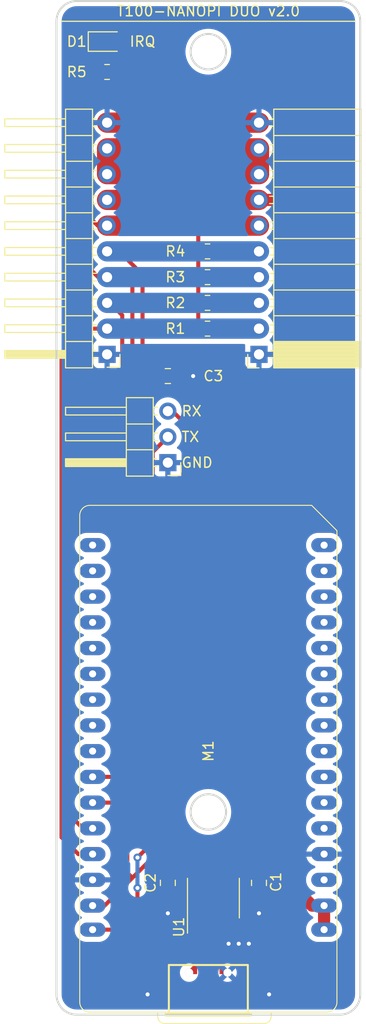
<source format=kicad_pcb>
(kicad_pcb (version 20211014) (generator pcbnew)
  (layers (0 "F.Cu" signal) (31 "B.Cu" signal) (34 "B.Paste" user) (35 "F.Paste" user) (36 "B.SilkS" user "B.Silkscreen") (37 "F.SilkS" user "F.Silkscreen") (38 "B.Mask" user) (39 "F.Mask" user) (44 "Edge.Cuts" user))
  (net 0 "")
  (net 1 "GND")
  (net 2 "Net-(C1-Pad1)")
  (net 3 "Net-(C2-Pad1)")
  (net 4 "+12V")
  (net 5 "+5V")
  (net 6 "+3V3")
  (net 7 "/RST")
  (net 8 "Net-(J1-Pad3)")
  (net 9 "Net-(J1-Pad2)")
  (net 10 "/MY_RXD")
  (net 11 "/MY_TXD")
  (net 13 "/IRQ")
  (net 14 "/SCL")
  (net 15 "/SDA")
  (net 17 "Net-(D1-Pad1)")
  (footprint "Capacitor_SMD:C_0805_2012Metric_Pad1.18x1.45mm_HandSolder" (layer "F.Cu") (at 130 131.999999 -90)
    (fp_text reference "C1" (at -0.085 -1.68 90) (layer "F.SilkS"))
    (fp_text value "100n")
    (fp_line (start -0.261252 0.735) (end 0.261252 0.735) (layer "F.SilkS") (width 0.12))
    (fp_line (start -0.261252 -0.735) (end 0.261252 -0.735) (layer "F.SilkS") (width 0.12))
    (pad "1" smd roundrect locked (at -1.0375 0 270) (size 1.175 1.45) (layers "F.Cu" "F.Paste" "F.Mask") (roundrect_rratio 0.212766) (net 2 "Net-(C1-Pad1)"))
    (pad "2" smd roundrect locked (at 1.0375 0 270) (size 1.175 1.45) (layers "F.Cu" "F.Paste" "F.Mask") (roundrect_rratio 0.212766) (net 1 "GND"))
  )
  (footprint "Capacitor_SMD:C_0805_2012Metric_Pad1.18x1.45mm_HandSolder" (layer "F.Cu") (at 121 131.999999 -90)
    (fp_text reference "C2" (at 0 1.715 90) (layer "F.SilkS"))
    (fp_text value "100n")
    (fp_line (start -0.261252 0.735) (end 0.261252 0.735) (layer "F.SilkS") (width 0.12))
    (fp_line (start -0.261252 -0.735) (end 0.261252 -0.735) (layer "F.SilkS") (width 0.12))
    (pad "1" smd roundrect locked (at -1.0375 0 270) (size 1.175 1.45) (layers "F.Cu" "F.Paste" "F.Mask") (roundrect_rratio 0.212766) (net 3 "Net-(C2-Pad1)"))
    (pad "2" smd roundrect locked (at 1.0375 0 270) (size 1.175 1.45) (layers "F.Cu" "F.Paste" "F.Mask") (roundrect_rratio 0.212766) (net 1 "GND"))
  )
  (footprint "Drake:conn_usb_B_micro_smd-2" (layer "F.Cu") (at 125 142.999999)
    (fp_text reference "J1" hide)
    (fp_text value "USB_B_Micro" hide)
    (fp_line (start 4.20116 1.89992) (end -4.20116 1.89992) (layer "F.SilkS") (width 0.20066))
    (fp_line (start 3.8989 -2.90068) (end 3.8989 2.10058) (layer "F.SilkS") (width 0.20066))
    (fp_line (start 4.20116 2.10058) (end 4.20116 1.89992) (layer "F.SilkS") (width 0.20066))
    (fp_line (start -4.20116 1.89992) (end -4.20116 2.10058) (layer "F.SilkS") (width 0.20066))
    (fp_line (start -4.20116 2.10058) (end 4.20116 2.10058) (layer "F.SilkS") (width 0.20066))
    (fp_line (start -3.8989 2.10058) (end -3.8989 -2.90068) (layer "F.SilkS") (width 0.20066))
    (fp_line (start -4.20116 1.99898) (end 4.20116 1.99898) (layer "F.SilkS") (width 0.20066))
    (fp_line (start -3.8989 -2.90068) (end 3.8989 -2.90068) (layer "F.SilkS") (width 0.20066))
    (pad "1" smd rect locked (at -1.30048 -3) (size 0.39878 2) (layers "F.Cu" "F.Paste" "F.Mask") (net 2 "Net-(C1-Pad1)"))
    (pad "1" thru_hole circle locked (at -1.89992 -2.14884) (size 0.79756 0.79756) (drill 0.79756) (layers *.Cu *.Mask "F.SilkS") (net 2 "Net-(C1-Pad1)"))
    (pad "2" smd rect locked (at -0.6477 -3) (size 0.39878 2) (layers "F.Cu" "F.Paste" "F.Mask") (net 9 "Net-(J1-Pad2)"))
    (pad "3" smd rect locked (at 0 -3) (size 0.39878 2) (layers "F.Cu" "F.Paste" "F.Mask") (net 8 "Net-(J1-Pad3)"))
    (pad "4" smd rect locked (at 0.6477 -3) (size 0.39878 2) (layers "F.Cu" "F.Paste" "F.Mask"))
    (pad "5" smd rect locked (at 1.30048 -3) (size 0.39878 2) (layers "F.Cu" "F.Paste" "F.Mask") (net 1 "GND"))
    (pad "5" thru_hole circle locked (at 1.89738 -2.1463) (size 0.79756 0.79756) (drill 0.79756) (layers *.Cu *.Mask "F.SilkS") (net 1 "GND"))
    (pad "6" smd rect locked (at -1.19888 0) (size 1.89738 1.89738) (layers "F.Cu" "F.Paste" "F.Mask") (net 1 "GND"))
    (pad "6" smd rect locked (at 3.9497 0) (size 1.89738 1.89738) (layers "F.Cu" "F.Paste" "F.Mask") (net 1 "GND"))
    (pad "6" smd rect locked (at -3.9497 0) (size 1.89738 1.89738) (layers "F.Cu" "F.Paste" "F.Mask") (net 1 "GND"))
    (pad "6" smd rect locked (at 1.19888 0) (size 1.89738 1.89738) (layers "F.Cu" "F.Paste" "F.Mask") (net 1 "GND"))
  )
  (footprint "Connector_PinHeader_2.54mm:PinHeader_1x03_P2.54mm_Horizontal" (layer "F.Cu") (at 121 90.539999 180)
    (fp_text reference "J2" hide)
    (fp_text value "UART")
    (fp_line (start 4.1 2.16) (end 10.1 2.16) (layer "F.SilkS") (width 0.12))
    (fp_line (start 10.1 2.92) (end 4.1 2.92) (layer "F.SilkS") (width 0.12))
    (fp_line (start -1.27 0) (end -1.27 -1.27) (layer "F.SilkS") (width 0.12))
    (fp_line (start 1.44 3.81) (end 4.1 3.81) (layer "F.SilkS") (width 0.12))
    (fp_line (start 1.042929 5.46) (end 1.44 5.46) (layer "F.SilkS") (width 0.12))
    (fp_line (start -1.27 -1.27) (end 0 -1.27) (layer "F.SilkS") (width 0.12))
    (fp_line (start 10.1 2.16) (end 10.1 2.92) (layer "F.SilkS") (width 0.12))
    (fp_line (start 1.042929 2.16) (end 1.44 2.16) (layer "F.SilkS") (width 0.12))
    (fp_line (start 10.1 5.46) (end 4.1 5.46) (layer "F.SilkS") (width 0.12))
    (fp_line (start 4.1 0.16) (end 10.1 0.16) (layer "F.SilkS") (width 0.12))
    (fp_line (start 4.1 6.41) (end 4.1 -1.33) (layer "F.SilkS") (width 0.12))
    (fp_line (start 1.11 0.38) (end 1.44 0.38) (layer "F.SilkS") (width 0.12))
    (fp_line (start 4.1 -1.33) (end 1.44 -1.33) (layer "F.SilkS") (width 0.12))
    (fp_line (start 4.1 -0.32) (end 10.1 -0.32) (layer "F.SilkS") (width 0.12))
    (fp_line (start 1.042929 2.92) (end 1.44 2.92) (layer "F.SilkS") (width 0.12))
    (fp_line (start 1.44 -1.33) (end 1.44 6.41) (layer "F.SilkS") (width 0.12))
    (fp_line (start 10.1 4.7) (end 10.1 5.46) (layer "F.SilkS") (width 0.12))
    (fp_line (start 4.1 -0.2) (end 10.1 -0.2) (layer "F.SilkS") (width 0.12))
    (fp_line (start 1.042929 4.7) (end 1.44 4.7) (layer "F.SilkS") (width 0.12))
    (fp_line (start 4.1 4.7) (end 10.1 4.7) (layer "F.SilkS") (width 0.12))
    (fp_line (start 4.1 0.28) (end 10.1 0.28) (layer "F.SilkS") (width 0.12))
    (fp_line (start 10.1 -0.38) (end 10.1 0.38) (layer "F.SilkS") (width 0.12))
    (fp_line (start 1.11 -0.38) (end 1.44 -0.38) (layer "F.SilkS") (width 0.12))
    (fp_line (start 4.1 0.04) (end 10.1 0.04) (layer "F.SilkS") (width 0.12))
    (fp_line (start 4.1 -0.08) (end 10.1 -0.08) (layer "F.SilkS") (width 0.12))
    (fp_line (start 1.44 1.27) (end 4.1 1.27) (layer "F.SilkS") (width 0.12))
    (fp_line (start 10.1 0.38) (end 4.1 0.38) (layer "F.SilkS") (width 0.12))
    (fp_line (start 4.1 -0.38) (end 10.1 -0.38) (layer "F.SilkS") (width 0.12))
    (fp_line (start 1.44 6.41) (end 4.1 6.41) (layer "F.SilkS") (width 0.12))
    (pad "1" thru_hole rect locked (at 0 0 180) (size 1.7 1.7) (drill 1) (layers *.Cu *.Mask) (net 1 "GND"))
    (pad "2" thru_hole oval locked (at 0 2.54 180) (size 1.7 1.7) (drill 1) (layers *.Cu *.Mask) (net 11 "/MY_TXD"))
    (pad "3" thru_hole oval locked (at 0 5.08 180) (size 1.7 1.7) (drill 1) (layers *.Cu *.Mask) (net 10 "/MY_RXD"))
  )
  (footprint "Package_SO:SOIC-8_3.9x4.9mm_P1.27mm" (layer "F.Cu") (at 125.5 133.499999 90)
    (fp_text reference "U1" (at -2.86 -3.4 90) (layer "F.SilkS"))
    (fp_text value "CH330N")
    (fp_line (start 0 -2.56) (end -3.45 -2.56) (layer "F.SilkS") (width 0.12))
    (fp_line (start 0 2.56) (end -1.95 2.56) (layer "F.SilkS") (width 0.12))
    (fp_line (start 0 -2.56) (end 1.95 -2.56) (layer "F.SilkS") (width 0.12))
    (fp_line (start 0 2.56) (end 1.95 2.56) (layer "F.SilkS") (width 0.12))
    (pad "1" smd roundrect locked (at -2.475 -1.905 90) (size 1.95 0.6) (layers "F.Cu" "F.Paste" "F.Mask") (net 8 "Net-(J1-Pad3)"))
    (pad "2" smd roundrect locked (at -2.475 -0.635 90) (size 1.95 0.6) (layers "F.Cu" "F.Paste" "F.Mask") (net 9 "Net-(J1-Pad2)"))
    (pad "3" smd roundrect locked (at -2.475 0.635 90) (size 1.95 0.6) (layers "F.Cu" "F.Paste" "F.Mask") (net 1 "GND"))
    (pad "4" smd roundrect locked (at -2.475 1.905 90) (size 1.95 0.6) (layers "F.Cu" "F.Paste" "F.Mask"))
    (pad "5" smd roundrect locked (at 2.475 1.905 90) (size 1.95 0.6) (layers "F.Cu" "F.Paste" "F.Mask") (net 2 "Net-(C1-Pad1)"))
    (pad "6" smd roundrect locked (at 2.475 0.635 90) (size 1.95 0.6) (layers "F.Cu" "F.Paste" "F.Mask") (net 10 "/MY_RXD"))
    (pad "7" smd roundrect locked (at 2.475 -0.635 90) (size 1.95 0.6) (layers "F.Cu" "F.Paste" "F.Mask") (net 11 "/MY_TXD"))
    (pad "8" smd roundrect locked (at 2.475 -1.905 90) (size 1.95 0.6) (layers "F.Cu" "F.Paste" "F.Mask") (net 3 "Net-(C2-Pad1)"))
  )
  (footprint "Connector_PinSocket_2.54mm:PinSocket_1x10_P2.54mm_Horizontal" (layer "F.Cu") (at 130.000001 79.859999 180)
    (fp_text reference "J5" hide)
    (fp_text value "T100-OUT")
    (fp_line (start -10.09 0.20714) (end -1.46 0.20714) (layer "F.SilkS") (width 0.12))
    (fp_line (start 1.11 -1.33) (end 1.11 0) (layer "F.SilkS") (width 0.12))
    (fp_line (start -1.46 7.26) (end -1.05 7.26) (layer "F.SilkS") (width 0.12))
    (fp_line (start -10.09 -0.619525) (end -1.46 -0.619525) (layer "F.SilkS") (width 0.12))
    (fp_line (start -10.09 -1.33) (end -1.46 -1.33) (layer "F.SilkS") (width 0.12))
    (fp_line (start -10.09 -0.26524) (end -1.46 -0.26524) (layer "F.SilkS") (width 0.12))
    (fp_line (start -10.09 19.05) (end -1.46 19.05) (layer "F.SilkS") (width 0.12))
    (fp_line (start -10.09 3.81) (end -1.46 3.81) (layer "F.SilkS") (width 0.12))
    (fp_line (start -10.09 0.67952) (end -1.46 0.67952) (layer "F.SilkS") (width 0.12))
    (fp_line (start -10.09 0.797615) (end -1.46 0.797615) (layer "F.SilkS") (width 0.12))
    (fp_line (start -1.46 2.18) (end -1.05 2.18) (layer "F.SilkS") (width 0.12))
    (fp_line (start -10.09 -0.73762) (end -1.46 -0.73762) (layer "F.SilkS") (width 0.12))
    (fp_line (start -1.46 19.96) (end -1.05 19.96) (layer "F.SilkS") (width 0.12))
    (fp_line (start -10.09 -1.33) (end -10.09 24.19) (layer "F.SilkS") (width 0.12))
    (fp_line (start -1.46 18.14) (end -1.05 18.14) (layer "F.SilkS") (width 0.12))
    (fp_line (start -1.46 14.88) (end -1.05 14.88) (layer "F.SilkS") (width 0.12))
    (fp_line (start -1.46 -1.33) (end -1.46 24.19) (layer "F.SilkS") (width 0.12))
    (fp_line (start -1.46 15.6) (end -1.05 15.6) (layer "F.SilkS") (width 0.12))
    (fp_line (start -10.09 -0.383335) (end -1.46 -0.383335) (layer "F.SilkS") (width 0.12))
    (fp_line (start -1.46 0.36) (end -1.11 0.36) (layer "F.SilkS") (width 0.12))
    (fp_line (start -1.46 12.34) (end -1.05 12.34) (layer "F.SilkS") (width 0.12))
    (fp_line (start -1.46 -0.36) (end -1.11 -0.36) (layer "F.SilkS") (width 0.12))
    (fp_line (start -10.09 24.19) (end -1.46 24.19) (layer "F.SilkS") (width 0.12))
    (fp_line (start -1.46 2.9) (end -1.05 2.9) (layer "F.SilkS") (width 0.12))
    (fp_line (start -10.09 13.97) (end -1.46 13.97) (layer "F.SilkS") (width 0.12))
    (fp_line (start -10.09 -0.02905) (end -1.46 -0.02905) (layer "F.SilkS") (width 0.12))
    (fp_line (start -1.46 5.44) (end -1.05 5.44) (layer "F.SilkS") (width 0.12))
    (fp_line (start 0 -1.33) (end 1.11 -1.33) (layer "F.SilkS") (width 0.12))
    (fp_line (start -10.09 0.91571) (end -1.46 0.91571) (layer "F.SilkS") (width 0.12))
    (fp_line (start -1.46 20.68) (end -1.05 20.68) (layer "F.SilkS") (width 0.12))
    (fp_line (start -10.09 1.27) (end -1.46 1.27) (layer "F.SilkS") (width 0.12))
    (fp_line (start -1.46 13.06) (end -1.05 13.06) (layer "F.SilkS") (width 0.12))
    (fp_line (start -10.09 0.561425) (end -1.46 0.561425) (layer "F.SilkS") (width 0.12))
    (fp_line (start -1.46 9.8) (end -1.05 9.8) (layer "F.SilkS") (width 0.12))
    (fp_line (start -10.09 16.51) (end -1.46 16.51) (layer "F.SilkS") (width 0.12))
    (fp_line (start -10.09 1.033805) (end -1.46 1.033805) (layer "F.SilkS") (width 0.12))
    (fp_line (start -10.09 1.1519) (end -1.46 1.1519) (layer "F.SilkS") (width 0.12))
    (fp_line (start -10.09 0.089045) (end -1.46 0.089045) (layer "F.SilkS") (width 0.12))
    (fp_line (start -10.09 -0.97381) (end -1.46 -0.97381) (layer "F.SilkS") (width 0.12))
    (fp_line (start -1.46 17.42) (end -1.05 17.42) (layer "F.SilkS") (width 0.12))
    (fp_line (start -10.09 21.59) (end -1.46 21.59) (layer "F.SilkS") (width 0.12))
    (fp_line (start -10.09 0.44333) (end -1.46 0.44333) (layer "F.SilkS") (width 0.12))
    (fp_line (start -10.09 6.35) (end -1.46 6.35) (layer "F.SilkS") (width 0.12))
    (fp_line (start -10.09 -0.855715) (end -1.46 -0.855715) (layer "F.SilkS") (width 0.12))
    (fp_line (start -1.46 4.72) (end -1.05 4.72) (layer "F.SilkS") (width 0.12))
    (fp_line (start -1.46 7.98) (end -1.05 7.98) (layer "F.SilkS") (width 0.12))
    (fp_line (start -10.09 -1.21) (end -1.46 -1.21) (layer "F.SilkS") (width 0.12))
    (fp_line (start -10.09 8.89) (end -1.46 8.89) (layer "F.SilkS") (width 0.12))
    (fp_line (start -1.46 10.52) (end -1.05 10.52) (layer "F.SilkS") (width 0.12))
    (fp_line (start -1.46 23.22) (end -1.05 23.22) (layer "F.SilkS") (width 0.12))
    (fp_line (start -10.09 11.43) (end -1.46 11.43) (layer "F.SilkS") (width 0.12))
    (fp_line (start -1.46 22.5) (end -1.05 22.5) (layer "F.SilkS") (width 0.12))
    (fp_line (start -10.09 -0.147145) (end -1.46 -0.147145) (layer "F.SilkS") (width 0.12))
    (fp_line (start -10.09 -1.091905) (end -1.46 -1.091905) (layer "F.SilkS") (width 0.12))
    (fp_line (start -10.09 0.325235) (end -1.46 0.325235) (layer "F.SilkS") (width 0.12))
    (fp_line (start -10.09 -0.50143) (end -1.46 -0.50143) (layer "F.SilkS") (width 0.12))
    (pad "1" thru_hole rect locked (at 0 0 180) (size 1.7 1.7) (drill 1) (layers *.Cu *.Mask) (net 1 "GND"))
    (pad "2" thru_hole oval locked (at 0 2.54 180) (size 1.7 1.7) (drill 1) (layers *.Cu *.Mask) (net 14 "/SCL"))
    (pad "3" thru_hole oval locked (at 0 5.08 180) (size 1.7 1.7) (drill 1) (layers *.Cu *.Mask) (net 15 "/SDA"))
    (pad "4" thru_hole oval locked (at 0 7.62 180) (size 1.7 1.7) (drill 1) (layers *.Cu *.Mask) (net 13 "/IRQ"))
    (pad "5" thru_hole oval locked (at 0 10.16 180) (size 1.7 1.7) (drill 1) (layers *.Cu *.Mask) (net 7 "/RST"))
    (pad "6" thru_hole oval locked (at 0 12.7 180) (size 1.7 1.7) (drill 1) (layers *.Cu *.Mask) (net 6 "+3V3"))
    (pad "7" thru_hole oval locked (at 0 15.24 180) (size 1.7 1.7) (drill 1) (layers *.Cu *.Mask) (net 5 "+5V"))
    (pad "8" thru_hole oval locked (at 0 17.78 180) (size 1.7 1.7) (drill 1) (layers *.Cu *.Mask) (net 4 "+12V"))
    (pad "9" thru_hole oval locked (at 0 20.32 180) (size 1.7 1.7) (drill 1) (layers *.Cu *.Mask) (net 4 "+12V"))
    (pad "10" thru_hole oval locked (at 0 22.86 180) (size 1.7 1.7) (drill 1) (layers *.Cu *.Mask) (net 1 "GND"))
  )
  (footprint "Connector_PinHeader_2.54mm:PinHeader_1x10_P2.54mm_Horizontal" (layer "F.Cu") (at 115.000001 79.859999 180)
    (fp_text reference "J4" hide)
    (fp_text value "T100-IN")
    (fp_line (start 1.11 0.38) (end 1.44 0.38) (layer "F.SilkS") (width 0.12))
    (fp_line (start 4.1 -1.33) (end 1.44 -1.33) (layer "F.SilkS") (width 0.12))
    (fp_line (start 10.1 10.54) (end 4.1 10.54) (layer "F.SilkS") (width 0.12))
    (fp_line (start 10.1 9.78) (end 10.1 10.54) (layer "F.SilkS") (width 0.12))
    (fp_line (start 4.1 14.86) (end 10.1 14.86) (layer "F.SilkS") (width 0.12))
    (fp_line (start 1.042929 2.16) (end 1.44 2.16) (layer "F.SilkS") (width 0.12))
    (fp_line (start 4.1 -0.32) (end 10.1 -0.32) (layer "F.SilkS") (width 0.12))
    (fp_line (start 4.1 2.16) (end 10.1 2.16) (layer "F.SilkS") (width 0.12))
    (fp_line (start 1.042929 9.78) (end 1.44 9.78) (layer "F.SilkS") (width 0.12))
    (fp_line (start 1.042929 5.46) (end 1.44 5.46) (layer "F.SilkS") (width 0.12))
    (fp_line (start 10.1 17.4) (end 10.1 18.16) (layer "F.SilkS") (width 0.12))
    (fp_line (start 4.1 7.24) (end 10.1 7.24) (layer "F.SilkS") (width 0.12))
    (fp_line (start 1.042929 7.24) (end 1.44 7.24) (layer "F.SilkS") (width 0.12))
    (fp_line (start 4.1 0.16) (end 10.1 0.16) (layer "F.SilkS") (width 0.12))
    (fp_line (start 1.042929 10.54) (end 1.44 10.54) (layer "F.SilkS") (width 0.12))
    (fp_line (start 4.1 -0.2) (end 10.1 -0.2) (layer "F.SilkS") (width 0.12))
    (fp_line (start 1.042929 17.4) (end 1.44 17.4) (layer "F.SilkS") (width 0.12))
    (fp_line (start 10.1 4.7) (end 10.1 5.46) (layer "F.SilkS") (width 0.12))
    (fp_line (start 10.1 19.94) (end 10.1 20.7) (layer "F.SilkS") (width 0.12))
    (fp_line (start 1.042929 20.7) (end 1.44 20.7) (layer "F.SilkS") (width 0.12))
    (fp_line (start 10.1 2.92) (end 4.1 2.92) (layer "F.SilkS") (width 0.12))
    (fp_line (start 10.1 -0.38) (end 10.1 0.38) (layer "F.SilkS") (width 0.12))
    (fp_line (start 1.44 21.59) (end 4.1 21.59) (layer "F.SilkS") (width 0.12))
    (fp_line (start 1.042929 8) (end 1.44 8) (layer "F.SilkS") (width 0.12))
    (fp_line (start 10.1 7.24) (end 10.1 8) (layer "F.SilkS") (width 0.12))
    (fp_line (start 4.1 12.32) (end 10.1 12.32) (layer "F.SilkS") (width 0.12))
    (fp_line (start 4.1 0.04) (end 10.1 0.04) (layer "F.SilkS") (width 0.12))
    (fp_line (start 1.042929 18.16) (end 1.44 18.16) (layer "F.SilkS") (width 0.12))
    (fp_line (start 4.1 17.4) (end 10.1 17.4) (layer "F.SilkS") (width 0.12))
    (fp_line (start 10.1 14.86) (end 10.1 15.62) (layer "F.SilkS") (width 0.12))
    (fp_line (start 1.042929 19.94) (end 1.44 19.94) (layer "F.SilkS") (width 0.12))
    (fp_line (start 4.1 9.78) (end 10.1 9.78) (layer "F.SilkS") (width 0.12))
    (fp_line (start 10.1 18.16) (end 4.1 18.16) (layer "F.SilkS") (width 0.12))
    (fp_line (start 1.44 16.51) (end 4.1 16.51) (layer "F.SilkS") (width 0.12))
    (fp_line (start 4.1 19.94) (end 10.1 19.94) (layer "F.SilkS") (width 0.12))
    (fp_line (start 1.44 13.97) (end 4.1 13.97) (layer "F.SilkS") (width 0.12))
    (fp_line (start 1.11 -0.38) (end 1.44 -0.38) (layer "F.SilkS") (width 0.12))
    (fp_line (start 10.1 5.46) (end 4.1 5.46) (layer "F.SilkS") (width 0.12))
    (fp_line (start 4.1 22.48) (end 10.1 22.48) (layer "F.SilkS") (width 0.12))
    (fp_line (start 10.1 0.38) (end 4.1 0.38) (layer "F.SilkS") (width 0.12))
    (fp_line (start 1.042929 14.86) (end 1.44 14.86) (layer "F.SilkS") (width 0.12))
    (fp_line (start -1.27 0) (end -1.27 -1.27) (layer "F.SilkS") (width 0.12))
    (fp_line (start 1.042929 12.32) (end 1.44 12.32) (layer "F.SilkS") (width 0.12))
    (fp_line (start 10.1 13.08) (end 4.1 13.08) (layer "F.SilkS") (width 0.12))
    (fp_line (start 1.44 8.89) (end 4.1 8.89) (layer "F.SilkS") (width 0.12))
    (fp_line (start 1.042929 13.08) (end 1.44 13.08) (layer "F.SilkS") (width 0.12))
    (fp_line (start 10.1 2.16) (end 10.1 2.92) (layer "F.SilkS") (width 0.12))
    (fp_line (start 1.44 6.35) (end 4.1 6.35) (layer "F.SilkS") (width 0.12))
    (fp_line (start 4.1 4.7) (end 10.1 4.7) (layer "F.SilkS") (width 0.12))
    (fp_line (start 4.1 -0.08) (end 10.1 -0.08) (layer "F.SilkS") (width 0.12))
    (fp_line (start 10.1 15.62) (end 4.1 15.62) (layer "F.SilkS") (width 0.12))
    (fp_line (start 10.1 12.32) (end 10.1 13.08) (layer "F.SilkS") (width 0.12))
    (fp_line (start 10.1 23.24) (end 4.1 23.24) (layer "F.SilkS") (width 0.12))
    (fp_line (start 1.44 19.05) (end 4.1 19.05) (layer "F.SilkS") (width 0.12))
    (fp_line (start 4.1 -0.38) (end 10.1 -0.38) (layer "F.SilkS") (width 0.12))
    (fp_line (start 1.042929 2.92) (end 1.44 2.92) (layer "F.SilkS") (width 0.12))
    (fp_line (start 1.44 -1.33) (end 1.44 24.19) (layer "F.SilkS") (width 0.12))
    (fp_line (start 1.042929 22.48) (end 1.44 22.48) (layer "F.SilkS") (width 0.12))
    (fp_line (start -1.27 -1.27) (end 0 -1.27) (layer "F.SilkS") (width 0.12))
    (fp_line (start 1.44 11.43) (end 4.1 11.43) (layer "F.SilkS") (width 0.12))
    (fp_line (start 10.1 8) (end 4.1 8) (layer "F.SilkS") (width 0.12))
    (fp_line (start 4.1 0.28) (end 10.1 0.28) (layer "F.SilkS") (width 0.12))
    (fp_line (start 1.042929 15.62) (end 1.44 15.62) (layer "F.SilkS") (width 0.12))
    (fp_line (start 10.1 20.7) (end 4.1 20.7) (layer "F.SilkS") (width 0.12))
    (fp_line (start 1.44 1.27) (end 4.1 1.27) (layer "F.SilkS") (width 0.12))
    (fp_line (start 4.1 24.19) (end 4.1 -1.33) (layer "F.SilkS") (width 0.12))
    (fp_line (start 1.042929 4.7) (end 1.44 4.7) (layer "F.SilkS") (width 0.12))
    (fp_line (start 1.44 3.81) (end 4.1 3.81) (layer "F.SilkS") (width 0.12))
    (fp_line (start 1.042929 23.24) (end 1.44 23.24) (layer "F.SilkS") (width 0.12))
    (fp_line (start 10.1 22.48) (end 10.1 23.24) (layer "F.SilkS") (width 0.12))
    (fp_line (start 1.44 24.19) (end 4.1 24.19) (layer "F.SilkS") (width 0.12))
    (pad "1" thru_hole rect locked (at 0 0 180) (size 1.7 1.7) (drill 1) (layers *.Cu *.Mask) (net 1 "GND"))
    (pad "2" thru_hole oval locked (at 0 2.54 180) (size 1.7 1.7) (drill 1) (layers *.Cu *.Mask) (net 14 "/SCL"))
    (pad "3" thru_hole oval locked (at 0 5.08 180) (size 1.7 1.7) (drill 1) (layers *.Cu *.Mask) (net 15 "/SDA"))
    (pad "4" thru_hole oval locked (at 0 7.62 180) (size 1.7 1.7) (drill 1) (layers *.Cu *.Mask) (net 13 "/IRQ"))
    (pad "5" thru_hole oval locked (at 0 10.16 180) (size 1.7 1.7) (drill 1) (layers *.Cu *.Mask) (net 7 "/RST"))
    (pad "6" thru_hole oval locked (at 0 12.7 180) (size 1.7 1.7) (drill 1) (layers *.Cu *.Mask) (net 6 "+3V3"))
    (pad "7" thru_hole oval locked (at 0 15.24 180) (size 1.7 1.7) (drill 1) (layers *.Cu *.Mask) (net 5 "+5V"))
    (pad "8" thru_hole oval locked (at 0 17.78 180) (size 1.7 1.7) (drill 1) (layers *.Cu *.Mask) (net 4 "+12V"))
    (pad "9" thru_hole oval locked (at 0 20.32 180) (size 1.7 1.7) (drill 1) (layers *.Cu *.Mask) (net 4 "+12V"))
    (pad "10" thru_hole oval locked (at 0 22.86 180) (size 1.7 1.7) (drill 1) (layers *.Cu *.Mask) (net 1 "GND"))
  )
  (footprint "Resistor_SMD:R_0805_2012Metric" (layer "F.Cu") (at 124.920001 72.239999 180)
    (fp_text reference "R3" (at 3.175 0) (layer "F.SilkS"))
    (fp_text value "1K5")
    (fp_line (start -0.227064 -0.735) (end 0.227064 -0.735) (layer "F.SilkS") (width 0.12))
    (fp_line (start -0.227064 0.735) (end 0.227064 0.735) (layer "F.SilkS") (width 0.12))
    (pad "1" smd roundrect locked (at -0.9125 0 180) (size 1.025 1.4) (layers "F.Cu" "F.Paste" "F.Mask") (roundrect_rratio 0.243902) (net 13 "/IRQ"))
    (pad "2" smd roundrect locked (at 0.9125 0 180) (size 1.025 1.4) (layers "F.Cu" "F.Paste" "F.Mask") (roundrect_rratio 0.243902) (net 6 "+3V3"))
  )
  (footprint "Capacitor_SMD:C_0805_2012Metric" (layer "F.Cu") (at 121 81.999999 180)
    (fp_text reference "C3" (at -4.5 0) (layer "F.SilkS"))
    (fp_text value "100n")
    (fp_line (start -0.261252 0.735) (end 0.261252 0.735) (layer "F.SilkS") (width 0.12))
    (fp_line (start -0.261252 -0.735) (end 0.261252 -0.735) (layer "F.SilkS") (width 0.12))
    (pad "1" smd roundrect locked (at -0.95 0 180) (size 1 1.45) (layers "F.Cu" "F.Paste" "F.Mask") (net 1 "GND"))
    (pad "2" smd roundrect locked (at 0.95 0 180) (size 1 1.45) (layers "F.Cu" "F.Paste" "F.Mask") (net 7 "/RST"))
  )
  (footprint "Resistor_SMD:R_0805_2012Metric" (layer "F.Cu") (at 124.920001 77.319999 180)
    (fp_text reference "R1" (at 3.175 0) (layer "F.SilkS"))
    (fp_text value "1K5")
    (fp_line (start -0.227064 -0.735) (end 0.227064 -0.735) (layer "F.SilkS") (width 0.12))
    (fp_line (start -0.227064 0.735) (end 0.227064 0.735) (layer "F.SilkS") (width 0.12))
    (pad "1" smd roundrect locked (at -0.9125 0 180) (size 1.025 1.4) (layers "F.Cu" "F.Paste" "F.Mask") (roundrect_rratio 0.243902) (net 14 "/SCL"))
    (pad "2" smd roundrect locked (at 0.9125 0 180) (size 1.025 1.4) (layers "F.Cu" "F.Paste" "F.Mask") (roundrect_rratio 0.243902) (net 6 "+3V3"))
  )
  (footprint "Resistor_SMD:R_0805_2012Metric" (layer "F.Cu") (at 124.920001 74.779999 180)
    (fp_text reference "R2" (at 3.175 0) (layer "F.SilkS"))
    (fp_text value "1K5")
    (fp_line (start -0.227064 -0.735) (end 0.227064 -0.735) (layer "F.SilkS") (width 0.12))
    (fp_line (start -0.227064 0.735) (end 0.227064 0.735) (layer "F.SilkS") (width 0.12))
    (pad "1" smd roundrect locked (at -0.9125 0 180) (size 1.025 1.4) (layers "F.Cu" "F.Paste" "F.Mask") (roundrect_rratio 0.243902) (net 15 "/SDA"))
    (pad "2" smd roundrect locked (at 0.9125 0 180) (size 1.025 1.4) (layers "F.Cu" "F.Paste" "F.Mask") (roundrect_rratio 0.243902) (net 6 "+3V3"))
  )
  (footprint "Drake:NanoPi-Duo" (layer "F.Cu") (at 125 118.999999 90)
    (fp_text reference "M1" (at 0 0 90) (layer "F.SilkS"))
    (fp_text value "NanoPi-Duo")
    (fp_line (start -24.752892 12.7) (end 21.747117 12.7) (layer "F.SilkS") (width 0.1))
    (fp_line (start 23.247114 -12.7) (end -24.752892 -12.7) (layer "F.SilkS") (width 0.1))
    (fp_line (start -26.172878 6.199988) (end -25.75289 6.199988) (layer "F.SilkS") (width 0.1))
    (fp_line (start -26.172878 -4.99999) (end -25.75289 -4.99999) (layer "F.SilkS") (width 0.1))
    (fp_line (start -26.872878 5.499988) (end -26.872878 -4.29999) (layer "F.SilkS") (width 0.1))
    (fp_line (start -25.75289 -11.700002) (end -25.75289 11.700002) (layer "F.SilkS") (width 0.1))
    (fp_line (start 21.747117 12.7) (end 24.247112 10.200005) (layer "F.SilkS") (width 0.1))
    (fp_line (start 24.247112 10.200005) (end 24.247112 -11.700002) (layer "F.SilkS") (width 0.1))
    (fp_arc (start -26.872878 -4.29999) (mid -26.667853 -4.794965) (end -26.172878 -4.99999) (layer "F.SilkS") (width 0.1))
    (fp_arc (start -25.75289 -11.700002) (mid -25.459996 -12.407106) (end -24.752892 -12.7) (layer "F.SilkS") (width 0.1))
    (fp_arc (start 23.247114 -12.7) (mid 23.954218 -12.407106) (end 24.247112 -11.700002) (layer "F.SilkS") (width 0.1))
    (fp_arc (start -26.172878 6.199988) (mid -26.667853 5.994963) (end -26.872878 5.499988) (layer "F.SilkS") (width 0.1))
    (fp_arc (start -24.752892 12.7) (mid -25.459996 12.407106) (end -25.75289 11.700002) (layer "F.SilkS") (width 0.1))
    (pad "1" thru_hole oval locked (at 20.32 11.43 90) (size 1.4 2.54) (drill 0.7) (layers *.Cu *.Mask))
    (pad "2" thru_hole oval locked (at 17.78 11.43 90) (size 1.4 2.54) (drill 0.7) (layers *.Cu *.Mask))
    (pad "3" thru_hole oval locked (at 15.24 11.43 90) (size 1.4 2.54) (drill 0.7) (layers *.Cu *.Mask))
    (pad "4" thru_hole oval locked (at 12.7 11.43 90) (size 1.4 2.54) (drill 0.7) (layers *.Cu *.Mask))
    (pad "5" thru_hole oval locked (at 10.16 11.43 90) (size 1.4 2.54) (drill 0.7) (layers *.Cu *.Mask))
    (pad "6" thru_hole oval locked (at 7.62 11.43 90) (size 1.4 2.54) (drill 0.7) (layers *.Cu *.Mask))
    (pad "7" thru_hole oval locked (at 5.08 11.43 90) (size 1.4 2.54) (drill 0.7) (layers *.Cu *.Mask))
    (pad "8" thru_hole oval locked (at 2.54 11.43 90) (size 1.4 2.54) (drill 0.7) (layers *.Cu *.Mask))
    (pad "9" thru_hole oval locked (at 0 11.43 90) (size 1.4 2.54) (drill 0.7) (layers *.Cu *.Mask))
    (pad "10" thru_hole oval locked (at -2.54 11.43 90) (size 1.4 2.54) (drill 0.7) (layers *.Cu *.Mask))
    (pad "11" thru_hole oval locked (at -5.08 11.43 90) (size 1.4 2.54) (drill 0.7) (layers *.Cu *.Mask))
    (pad "12" thru_hole oval locked (at -7.62 11.43 90) (size 1.4 2.54) (drill 0.7) (layers *.Cu *.Mask))
    (pad "13" thru_hole oval locked (at -10.16 11.43 90) (size 1.4 2.54) (drill 0.7) (layers *.Cu *.Mask) (net 1 "GND"))
    (pad "14" thru_hole oval locked (at -12.7 11.43 90) (size 1.4 2.54) (drill 0.7) (layers *.Cu *.Mask))
    (pad "15" thru_hole oval locked (at -15.24 11.43 90) (size 1.4 2.54) (drill 0.7) (layers *.Cu *.Mask) (net 5 "+5V"))
    (pad "16" thru_hole oval locked (at -17.612088 11.43 90) (size 1.4 2.54) (drill 0.7) (layers *.Cu *.Mask) (net 5 "+5V"))
    (pad "17" thru_hole oval locked (at -17.612088 -11.43 90) (size 1.4 2.54) (drill 0.7) (layers *.Cu *.Mask) (net 10 "/MY_RXD"))
    (pad "18" thru_hole oval locked (at -15.24 -11.43 90) (size 1.4 2.54) (drill 0.7) (layers *.Cu *.Mask) (net 11 "/MY_TXD"))
    (pad "19" thru_hole oval locked (at -12.7 -11.43 90) (size 1.4 2.54) (drill 0.7) (layers *.Cu *.Mask) (net 1 "GND"))
    (pad "20" thru_hole oval locked (at -10.16 -11.43 90) (size 1.4 2.54) (drill 0.7) (layers *.Cu *.Mask) (net 14 "/SCL"))
    (pad "21" thru_hole oval locked (at -7.62 -11.43 90) (size 1.4 2.54) (drill 0.7) (layers *.Cu *.Mask) (net 15 "/SDA"))
    (pad "22" thru_hole oval locked (at -5.08 -11.43 90) (size 1.4 2.54) (drill 0.7) (layers *.Cu *.Mask) (net 7 "/RST"))
    (pad "23" thru_hole oval locked (at -2.54 -11.43 90) (size 1.4 2.54) (drill 0.7) (layers *.Cu *.Mask) (net 13 "/IRQ"))
    (pad "24" thru_hole oval locked (at 0 -11.43 90) (size 1.4 2.54) (drill 0.7) (layers *.Cu *.Mask))
    (pad "25" thru_hole oval locked (at 2.54 -11.43 90) (size 1.4 2.54) (drill 0.7) (layers *.Cu *.Mask))
    (pad "26" thru_hole oval locked (at 5.08 -11.43 90) (size 1.4 2.54) (drill 0.7) (layers *.Cu *.Mask))
    (pad "27" thru_hole oval locked (at 7.62 -11.43 90) (size 1.4 2.54) (drill 0.7) (layers *.Cu *.Mask))
    (pad "28" thru_hole oval locked (at 10.16 -11.43 90) (size 1.4 2.54) (drill 0.7) (layers *.Cu *.Mask))
    (pad "29" thru_hole oval locked (at 12.7 -11.43 90) (size 1.4 2.54) (drill 0.7) (layers *.Cu *.Mask))
    (pad "30" thru_hole oval locked (at 15.24 -11.43 90) (size 1.4 2.54) (drill 0.7) (layers *.Cu *.Mask))
    (pad "31" thru_hole oval locked (at 17.78 -11.43 90) (size 1.4 2.54) (drill 0.7) (layers *.Cu *.Mask))
    (pad "32" thru_hole oval locked (at 20.32 -11.43 90) (size 1.4 2.54) (drill 0.7) (layers *.Cu *.Mask))
  )
  (footprint "Resistor_SMD:R_0805_2012Metric" (layer "F.Cu") (at 115 51.999999 180)
    (fp_text reference "R5" (at 3 0) (layer "F.SilkS"))
    (fp_text value "270R")
    (fp_line (start -0.227064 -0.735) (end 0.227064 -0.735) (layer "F.SilkS") (width 0.12))
    (fp_line (start -0.227064 0.735) (end 0.227064 0.735) (layer "F.SilkS") (width 0.12))
    (pad "1" smd roundrect locked (at -0.9125 0 180) (size 1.025 1.4) (layers "F.Cu" "F.Paste" "F.Mask") (roundrect_rratio 0.243902) (net 13 "/IRQ"))
    (pad "2" smd roundrect locked (at 0.9125 0 180) (size 1.025 1.4) (layers "F.Cu" "F.Paste" "F.Mask") (roundrect_rratio 0.243902) (net 17 "Net-(D1-Pad1)"))
  )
  (footprint "LED_SMD:LED_0805_2012Metric_Pad1.15x1.40mm_HandSolder" (layer "F.Cu") (at 115 48.999999)
    (fp_text reference "D1" (at -3 0) (layer "F.SilkS"))
    (fp_text value "RED")
    (fp_line (start 1 -0.96) (end -1.86 -0.96) (layer "F.SilkS") (width 0.12))
    (fp_line (start -1.86 -0.96) (end -1.86 0.96) (layer "F.SilkS") (width 0.12))
    (fp_line (start -1.86 0.96) (end 1 0.96) (layer "F.SilkS") (width 0.12))
    (pad "1" smd roundrect locked (at -1.025 0) (size 1.15 1.4) (layers "F.Cu" "F.Paste" "F.Mask") (roundrect_rratio 0.217391) (net 17 "Net-(D1-Pad1)"))
    (pad "2" smd roundrect locked (at 1.025 0) (size 1.15 1.4) (layers "F.Cu" "F.Paste" "F.Mask") (roundrect_rratio 0.217391) (net 6 "+3V3"))
  )
  (footprint "Resistor_SMD:R_0805_2012Metric" (layer "F.Cu") (at 124.920001 69.699999 180)
    (fp_text reference "R4" (at 3.175 0) (layer "F.SilkS"))
    (fp_text value "1K5")
    (fp_line (start -0.227064 0.735) (end 0.227064 0.735) (layer "F.SilkS") (width 0.12))
    (fp_line (start -0.227064 -0.735) (end 0.227064 -0.735) (layer "F.SilkS") (width 0.12))
    (pad "1" smd roundrect locked (at -0.9125 0 180) (size 1.025 1.4) (layers "F.Cu" "F.Paste" "F.Mask") (roundrect_rratio 0.243902) (net 7 "/RST"))
    (pad "2" smd roundrect locked (at 0.9125 0 180) (size 1.025 1.4) (layers "F.Cu" "F.Paste" "F.Mask") (roundrect_rratio 0.243902) (net 6 "+3V3"))
  )
  (gr_line (start 139.5 46.999999) (end 110.5 46.999999) (layer "F.SilkS") (width 0.12))
  (gr_arc locked (start 140 142.999999) (mid 139.414214 144.414213) (end 138 144.999999) (layer "Edge.Cuts") (width 0.2))
  (gr_circle locked (center 125 124.999999) (end 126.75 124.999999) (layer "Edge.Cuts") (width 0.2) (fill none))
  (gr_arc locked (start 112.000001 144.999999) (mid 110.585787 144.414213) (end 110.000001 142.999999) (layer "Edge.Cuts") (width 0.2))
  (gr_line locked (start 110.000001 142.999999) (end 110.000001 46.999999) (layer "Edge.Cuts") (width 0.2))
  (gr_arc locked (start 138 44.999999) (mid 139.414214 45.585785) (end 140 46.999999) (layer "Edge.Cuts") (width 0.2))
  (gr_arc locked (start 110.000001 46.999999) (mid 110.585787 45.585785) (end 112.000001 44.999999) (layer "Edge.Cuts") (width 0.2))
  (gr_line locked (start 140 142.999999) (end 140 46.999999) (layer "Edge.Cuts") (width 0.2))
  (gr_circle locked (center 125 49.999999) (end 126.75 49.999999) (layer "Edge.Cuts") (width 0.2) (fill none))
  (gr_line locked (start 138 44.999999) (end 112.000001 44.999999) (layer "Edge.Cuts") (width 0.2))
  (gr_line locked (start 138 144.999999) (end 112.000001 144.999999) (layer "Edge.Cuts") (width 0.2))
  (gr_text "GND" (at 122.27 90.539999) (layer "F.SilkS") (effects (font (size 1 1)) (justify left)))
  (gr_text "T100-NANOPI DUO v2.0" (at 125 45.999999) (layer "F.SilkS") (effects (font (size 1 1))))
  (gr_text "IRQ" (at 118.5 48.999999) (layer "F.SilkS") (effects (font (size 1 1))))
  (gr_text "RX" (at 122.27 85.459999) (layer "F.SilkS") (effects (font (size 1 1)) (justify left)))
  (gr_text "TX" (at 122.27 87.999999) (layer "F.SilkS") (effects (font (size 1 1)) (justify left)))
  (segment (start 121.95 81.999999) (end 123.5 81.999999) (width 0.4) (layer "F.Cu") (net 1))
  (segment (start 128.9497 142.999999) (end 131 142.999999) (width 0.4) (layer "F.Cu") (net 1))
  (segment (start 126.30048 137.699519) (end 126.30048 136.140479) (width 0.4) (layer "F.Cu") (net 1))
  (segment (start 126.40096 137.999999) (end 127 137.999999) (width 0.4) (layer "F.Cu") (net 1))
  (segment (start 115.000001 56.999999) (end 130.000001 56.999999) (width 2) (layer "F.Cu") (net 1))
  (segment (start 126.30048 136.140479) (end 126.135 135.974999) (width 0.4) (layer "F.Cu") (net 1))
  (segment (start 121 133.037499) (end 121 134.999999) (width 0.4) (layer "F.Cu") (net 1))
  (segment (start 126.30048 139.999999) (end 126.30048 140.256799) (width 0.4) (layer "F.Cu") (net 1))
  (segment (start 130 133.037499) (end 130 134.999999) (width 0.4) (layer "F.Cu") (net 1))
  (segment (start 128 137.999999) (end 129 137.999999) (width 0.4) (layer "F.Cu") (net 1))
  (segment (start 126.30048 139.999999) (end 126.30048 137.699519) (width 0.4) (layer "F.Cu") (net 1))
  (segment (start 121.0503 142.999999) (end 128.9497 142.999999) (width 0.4) (layer "F.Cu") (net 1))
  (segment (start 126.30048 140.256799) (end 126.89738 140.853699) (width 0.4) (layer "F.Cu") (net 1))
  (segment (start 121.0503 142.999999) (end 119 142.999999) (width 0.4) (layer "F.Cu") (net 1))
  (segment (start 127 137.999999) (end 128 137.999999) (width 0.4) (layer "F.Cu") (net 1))
  (via (at 131 142.999999) (size 0.8) (drill 0.4) (layers "F.Cu" "B.Cu") (net 1))
  (via (at 130 134.999999) (size 0.8) (drill 0.4) (layers "F.Cu" "B.Cu") (net 1))
  (via (at 128 137.999999) (size 0.8) (drill 0.4) (layers "F.Cu" "B.Cu") (net 1))
  (via (at 121 134.999999) (size 0.8) (drill 0.4) (layers "F.Cu" "B.Cu") (net 1))
  (via (at 127 137.999999) (size 0.8) (drill 0.4) (layers "F.Cu" "B.Cu") (net 1))
  (via (at 129 137.999999) (size 0.8) (drill 0.4) (layers "F.Cu" "B.Cu") (net 1))
  (via (at 123.5 81.999999) (size 0.8) (drill 0.4) (layers "F.Cu" "B.Cu") (net 1))
  (via (at 119 142.999999) (size 0.8) (drill 0.4) (layers "F.Cu" "B.Cu") (net 1))
  (segment (start 122 138.300479) (end 122 134.326074) (width 0.4) (layer "F.Cu") (net 2))
  (segment (start 126.405 132.999999) (end 127.405 131.999999) (width 0.4) (layer "F.Cu") (net 2))
  (segment (start 129.9375 131.024999) (end 130 130.962499) (width 0.4) (layer "F.Cu") (net 2))
  (segment (start 122 134.326074) (end 123.326075 132.999999) (width 0.4) (layer "F.Cu") (net 2))
  (segment (start 123.69952 140.251719) (end 123.10008 140.851159) (width 0.4) (layer "F.Cu") (net 2))
  (segment (start 123.69952 139.999999) (end 122 138.300479) (width 0.4) (layer "F.Cu") (net 2))
  (segment (start 127.405 131.999999) (end 127.405 131.024999) (width 0.4) (layer "F.Cu") (net 2))
  (segment (start 127.405 131.024999) (end 129.9375 131.024999) (width 0.4) (layer "F.Cu") (net 2))
  (segment (start 123.326075 132.999999) (end 126.405 132.999999) (width 0.4) (layer "F.Cu") (net 2))
  (segment (start 123.69952 139.999999) (end 123.69952 140.251719) (width 0.4) (layer "F.Cu") (net 2))
  (segment (start 121.0625 131.024999) (end 121 130.962499) (width 0.4) (layer "F.Cu") (net 3))
  (segment (start 123.595 131.024999) (end 121.0625 131.024999) (width 0.4) (layer "F.Cu") (net 3))
  (segment (start 130.000001 62.079999) (end 130.000001 59.539999) (width 2) (layer "F.Cu") (net 4))
  (segment (start 115.000001 59.539999) (end 130.000001 59.539999) (width 2) (layer "F.Cu") (net 4))
  (segment (start 115.000001 62.079999) (end 115.000001 59.539999) (width 2) (layer "F.Cu") (net 4))
  (segment (start 130.000001 62.079999) (end 115.000001 62.079999) (width 2) (layer "F.Cu") (net 4))
  (segment (start 135.24 134.239999) (end 136.43 134.239999) (width 1.2) (layer "F.Cu") (net 5))
  (segment (start 133 65.619999) (end 133 131.999999) (width 1.2) (layer "F.Cu") (net 5))
  (segment (start 130.000001 64.619999) (end 132 64.619999) (width 1.2) (layer "F.Cu") (net 5))
  (segment (start 115.000001 64.619999) (end 130.000001 64.619999) (width 2) (layer "F.Cu") (net 5))
  (segment (start 136.43 134.239999) (end 136.43 136.612087) (width 1.2) (layer "F.Cu") (net 5))
  (segment (start 132 64.619999) (end 133 65.619999) (width 1.2) (layer "F.Cu") (net 5))
  (segment (start 133 131.999999) (end 135.24 134.239999) (width 1.2) (layer "F.Cu") (net 5))
  (segment (start 124.34 67.159999) (end 115.000001 67.159999) (width 2) (layer "F.Cu") (net 6))
  (segment (start 114.08 67.159999) (end 115.000001 67.159999) (width 0.4) (layer "F.Cu") (net 6))
  (segment (start 117 49.974999) (end 117 53.999999) (width 0.4) (layer "F.Cu") (net 6))
  (segment (start 116 54.999999) (end 114 54.999999) (width 0.4) (layer "F.Cu") (net 6))
  (segment (start 113 66.079999) (end 114.08 67.159999) (width 0.4) (layer "F.Cu") (net 6))
  (segment (start 130.000001 67.159999) (end 124.34 67.159999) (width 2) (layer "F.Cu") (net 6))
  (segment (start 114 54.999999) (end 113 55.999999) (width 0.4) (layer "F.Cu") (net 6))
  (segment (start 124.007501 69.699999) (end 124.007501 67.492498) (width 0.4) (layer "F.Cu") (net 6))
  (segment (start 117 53.999999) (end 116 54.999999) (width 0.4) (layer "F.Cu") (net 6))
  (segment (start 116.025 48.999999) (end 117 49.974999) (width 0.4) (layer "F.Cu") (net 6))
  (segment (start 124.007501 77.319999) (end 124.007501 69.699999) (width 0.4) (layer "F.Cu") (net 6))
  (segment (start 124.007501 67.492498) (end 124.34 67.159999) (width 0.4) (layer "F.Cu") (net 6))
  (segment (start 113 55.999999) (end 113 66.079999) (width 0.4) (layer "F.Cu") (net 6))
  (segment (start 120.05 81.999999) (end 118.5 81.999999) (width 0.4) (layer "F.Cu") (net 7))
  (segment (start 125.832501 69.699999) (end 130.000001 69.699999) (width 0.4) (layer "F.Cu") (net 7))
  (segment (start 118.5 121.499999) (end 115.92 124.079999) (width 0.4) (layer "F.Cu") (net 7))
  (segment (start 118.5 71.999999) (end 118.5 81.999999) (width 0.4) (layer "F.Cu") (net 7))
  (segment (start 115.92 124.079999) (end 113.57 124.079999) (width 0.4) (layer "F.Cu") (net 7))
  (segment (start 118.5 81.999999) (end 118.5 121.499999) (width 0.4) (layer "F.Cu") (net 7))
  (segment (start 116.2 69.699999) (end 118.5 71.999999) (width 0.4) (layer "F.Cu") (net 7))
  (segment (start 115.000001 69.699999) (end 116.2 69.699999) (width 0.4) (layer "F.Cu") (net 7))
  (segment (start 115.000001 69.699999) (end 130.000001 69.699999) (width 2) (layer "B.Cu") (net 7))
  (segment (start 125 139.999999) (end 125 138.649287) (width 0.4) (layer "F.Cu") (net 8))
  (segment (start 125 138.649287) (end 123.595 137.244287) (width 0.4) (layer "F.Cu") (net 8))
  (segment (start 123.595 137.244287) (end 123.595 135.974999) (width 0.4) (layer "F.Cu") (net 8))
  (segment (start 123.5 133.999999) (end 124 133.999999) (width 0.4) (layer "F.Cu") (net 9))
  (segment (start 124.3523 138.849437) (end 122.59952 137.096657) (width 0.4) (layer "F.Cu") (net 9))
  (segment (start 122.59952 134.900479) (end 123.5 133.999999) (width 0.4) (layer "F.Cu") (net 9))
  (segment (start 124 133.999999) (end 124.865 134.864999) (width 0.4) (layer "F.Cu") (net 9))
  (segment (start 124.865 134.864999) (end 124.865 135.974999) (width 0.4) (layer "F.Cu") (net 9))
  (segment (start 122.59952 137.096657) (end 122.59952 134.900479) (width 0.4) (layer "F.Cu") (net 9))
  (segment (start 124.3523 139.999999) (end 124.3523 138.849437) (width 0.4) (layer "F.Cu") (net 9))
  (segment (start 119 128.499999) (end 120.5 128.499999) (width 0.4) (layer "F.Cu") (net 10))
  (segment (start 123 91.999999) (end 120.5 94.499999) (width 0.4) (layer "F.Cu") (net 10))
  (segment (start 118 132.499999) (end 118 134.499999) (width 0.4) (layer "F.Cu") (net 10))
  (segment (start 121.46 85.459999) (end 123 86.999999) (width 0.4) (layer "F.Cu") (net 10))
  (segment (start 115.887912 136.612087) (end 114.209752 136.612087) (width 0.4) (layer "F.Cu") (net 10))
  (segment (start 126.135 130.134999) (end 126.135 131.024999) (width 0.4) (layer "F.Cu") (net 10))
  (segment (start 118 129.499999) (end 119 128.499999) (width 0.4) (layer "F.Cu") (net 10))
  (segment (start 121 85.459999) (end 121.46 85.459999) (width 0.4) (layer "F.Cu") (net 10))
  (segment (start 120.5 128.499999) (end 124.5 128.499999) (width 0.4) (layer "F.Cu") (net 10))
  (segment (start 120.5 94.499999) (end 120.5 128.499999) (width 0.4) (layer "F.Cu") (net 10))
  (segment (start 123 86.999999) (end 123 91.999999) (width 0.4) (layer "F.Cu") (net 10))
  (segment (start 124.5 128.499999) (end 126.135 130.134999) (width 0.4) (layer "F.Cu") (net 10))
  (segment (start 118 134.499999) (end 115.887912 136.612087) (width 0.4) (layer "F.Cu") (net 10))
  (via (at 118 129.499999) (size 0.8) (drill 0.4) (layers "F.Cu" "B.Cu") (net 10))
  (via (at 118 132.499999) (size 0.8) (drill 0.4) (layers "F.Cu" "B.Cu") (net 10))
  (segment (start 118 129.499999) (end 118 132.499999) (width 0.4) (layer "B.Cu") (net 10))
  (segment (start 119.5 129.499999) (end 117.5 131.499999) (width 0.4) (layer "F.Cu") (net 11))
  (segment (start 117 130.999999) (end 117.5 131.499999) (width 0.4) (layer "F.Cu") (net 11))
  (segment (start 121 87.999999) (end 119.5 89.499999) (width 0.4) (layer "F.Cu") (net 11))
  (segment (start 116.25 132.749999) (end 114.76 134.239999) (width 0.4) (layer "F.Cu") (net 11))
  (segment (start 124.865 130.364999) (end 124 129.499999) (width 0.4) (layer "F.Cu") (net 11))
  (segment (start 114.76 134.239999) (end 114.209752 134.239999) (width 0.4) (layer "F.Cu") (net 11))
  (segment (start 117.5 131.499999) (end 116.25 132.749999) (width 0.4) (layer "F.Cu") (net 11))
  (segment (start 124.865 131.024999) (end 124.865 130.364999) (width 0.4) (layer "F.Cu") (net 11))
  (segment (start 117 128.499999) (end 117 130.999999) (width 0.4) (layer "F.Cu") (net 11))
  (segment (start 119.5 125.999999) (end 117 128.499999) (width 0.4) (layer "F.Cu") (net 11))
  (segment (start 124 129.499999) (end 119.5 129.499999) (width 0.4) (layer "F.Cu") (net 11))
  (segment (start 119.5 89.499999) (end 119.5 125.999999) (width 0.4) (layer "F.Cu") (net 11))
  (segment (start 113 53.999999) (end 112 54.999999) (width 0.4) (layer "F.Cu") (net 13))
  (segment (start 115.46 121.539999) (end 113.57 121.539999) (width 0.4) (layer "F.Cu") (net 13))
  (segment (start 112 54.999999) (end 112 70.119999) (width 0.4) (layer "F.Cu") (net 13))
  (segment (start 114.12 72.239999) (end 115.000001 72.239999) (width 0.4) (layer "F.Cu") (net 13))
  (segment (start 115.000001 72.239999) (end 116.74 72.239999) (width 0.4) (layer "F.Cu") (net 13))
  (segment (start 125.832501 72.239999) (end 130.000001 72.239999) (width 0.4) (layer "F.Cu") (net 13))
  (segment (start 115 53.999999) (end 113 53.999999) (width 0.4) (layer "F.Cu") (net 13))
  (segment (start 115.9125 51.999999) (end 115.9125 53.087499) (width 0.4) (layer "F.Cu") (net 13))
  (segment (start 112 70.119999) (end 114.12 72.239999) (width 0.4) (layer "F.Cu") (net 13))
  (segment (start 115.9125 53.087499) (end 115 53.999999) (width 0.4) (layer "F.Cu") (net 13))
  (segment (start 116.74 72.239999) (end 117.5 72.999999) (width 0.4) (layer "F.Cu") (net 13))
  (segment (start 117.5 72.999999) (end 117.5 119.499999) (width 0.4) (layer "F.Cu") (net 13))
  (segment (start 117.5 119.499999) (end 115.46 121.539999) (width 0.4) (layer "F.Cu") (net 13))
  (segment (start 115.000001 72.239999) (end 130.000001 72.239999) (width 2) (layer "B.Cu") (net 13))
  (segment (start 113.18 77.319999) (end 110.5 79.999999) (width 0.4) (layer "F.Cu") (net 14))
  (segment (start 112.16 129.159999) (end 113.57 129.159999) (width 0.4) (layer "F.Cu") (net 14))
  (segment (start 125.832501 77.319999) (end 130.000001 77.319999) (width 0.4) (layer "F.Cu") (net 14))
  (segment (start 110.5 127.499999) (end 112.16 129.159999) (width 0.4) (layer "F.Cu") (net 14))
  (segment (start 115.000001 77.319999) (end 113.18 77.319999) (width 0.4) (layer "F.Cu") (net 14))
  (segment (start 110.5 79.999999) (end 110.5 127.499999) (width 0.4) (layer "F.Cu") (net 14))
  (segment (start 115.000001 77.319999) (end 130.000001 77.319999) (width 2) (layer "B.Cu") (net 14))
  (segment (start 115.000001 74.779999) (end 115.28 74.779999) (width 0.4) (layer "F.Cu") (net 15))
  (segment (start 112.62 126.619999) (end 113.57 126.619999) (width 0.4) (layer "F.Cu") (net 15))
  (segment (start 111.5 90.999999) (end 111.5 125.499999) (width 0.4) (layer "F.Cu") (net 15))
  (segment (start 116.5 85.999999) (end 111.5 90.999999) (width 0.4) (layer "F.Cu") (net 15))
  (segment (start 115.28 74.779999) (end 116.5 75.999999) (width 0.4) (layer "F.Cu") (net 15))
  (segment (start 116.5 75.999999) (end 116.5 85.999999) (width 0.4) (layer "F.Cu") (net 15))
  (segment (start 125.832501 74.779999) (end 130.000001 74.779999) (width 0.4) (layer "F.Cu") (net 15))
  (segment (start 111.5 125.499999) (end 112.62 126.619999) (width 0.4) (layer "F.Cu") (net 15))
  (segment (start 115.000001 74.779999) (end 130.000001 74.779999) (width 2) (layer "B.Cu") (net 15))
  (segment (start 114.0875 51.999999) (end 114.0875 49.112499) (width 0.4) (layer "F.Cu") (net 17))
  (segment (start 114.0875 49.112499) (end 113.975 48.999999) (width 0.4) (layer "F.Cu") (net 17))
  (zone (net 1) (net_name "GND") (layer "B.Cu") (connect_pads (clearance 0.508)) (min_thickness 0.254) (fill yes (thermal_gap 0.508) (thermal_bridge_width 0.508))
    (polygon (pts (xy 140 144.999999) (xy 110 144.999999) (xy 110 44.999999) (xy 140 44.999999)))
  )
)
</source>
